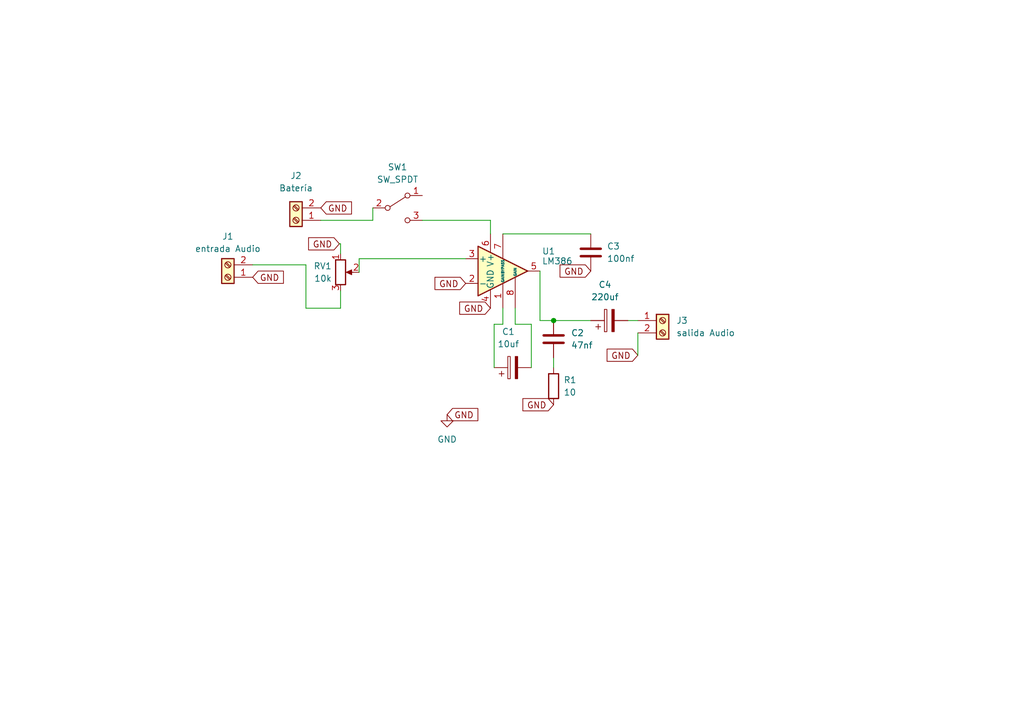
<source format=kicad_sch>
(kicad_sch (version 20230121) (generator eeschema)
  (paper "A5")
  (lib_symbols
    (symbol "Amplifier_Audio:LM386" (pin_names (offset 0.127))
      (property "Reference" "U" (at 1.27 7.62 0))
      (property "Value" "LM386" (at 1.27 5.08 0))
      (symbol "LM386_0_1"
        (polyline (pts (xy 5.08 0) (xy -5.08 5.08) (xy -5.08 -5.08) (xy 5.08 0)) (stroke (width 0.254)) (fill (type background)))
      )
      (symbol "LM386_1_1"
        (pin input line (at 0 -7.62 90) (length 5.08) (name "GAIN") (number "1"))
        (pin input line (at -7.62 -2.54 0) (length 2.54) (name "-") (number "2"))
        (pin input line (at -7.62 2.54 0) (length 2.54) (name "+") (number "3"))
        (pin power_in line (at -2.54 -7.62 90) (length 3.81) (name "GND") (number "4"))
        (pin output line (at 7.62 0 180) (length 2.54) (name "~") (number "5"))
        (pin power_in line (at -2.54 7.62 270) (length 3.81) (name "V+") (number "6"))
        (pin input line (at 0 7.62 270) (length 5.08) (name "BYPASS") (number "7"))
        (pin input line (at 2.54 -7.62 90) (length 6.35) (name "GAIN") (number "8"))
      )
    )
    (symbol "Connector:Screw_Terminal_01x02" (pin_names (offset 1.016) hide)
      (property "Reference" "J" (at 0 2.54 0))
      (property "Value" "Screw_Terminal_01x02" (at 0 -5.08 0))
      (symbol "Screw_Terminal_01x02_1_1"
        (rectangle (start -1.27 1.27) (end 1.27 -3.81) (stroke (width 0.254)) (fill (type background)))
        (circle (center 0 -2.54) (radius 0.635) (stroke (width 0.1524)))
        (polyline (pts (xy -0.5334 -2.2098) (xy 0.3302 -3.048)) (stroke (width 0.1524)))
        (polyline (pts (xy -0.5334 0.3302) (xy 0.3302 -0.508)) (stroke (width 0.1524)))
        (polyline (pts (xy -0.3556 -2.032) (xy 0.508 -2.8702)) (stroke (width 0.1524)))
        (polyline (pts (xy -0.3556 0.508) (xy 0.508 -0.3302)) (stroke (width 0.1524)))
        (circle (center 0 0) (radius 0.635) (stroke (width 0.1524)))
        (pin passive line (at -5.08 0 0) (length 3.81) (name "Pin_1") (number "1"))
        (pin passive line (at -5.08 -2.54 0) (length 3.81) (name "Pin_2") (number "2"))
      )
    )
    (symbol "Device:C" (pin_numbers hide) (pin_names (offset 0.254))
      (property "Reference" "C" (at 0.635 2.54 0))
      (property "Value" "C" (at 0.635 -2.54 0))
      (symbol "C_0_1"
        (polyline (pts (xy -2.032 -0.762) (xy 2.032 -0.762)) (stroke (width 0.508)))
        (polyline (pts (xy -2.032 0.762) (xy 2.032 0.762)) (stroke (width 0.508)))
      )
      (symbol "C_1_1"
        (pin passive line (at 0 3.81 270) (length 2.794) (name "~") (number "1"))
        (pin passive line (at 0 -3.81 90) (length 2.794) (name "~") (number "2"))
      )
    )
    (symbol "Device:C_Polarized" (pin_numbers hide) (pin_names (offset 0.254))
      (property "Reference" "C" (at 0.635 2.54 0))
      (property "Value" "C_Polarized" (at 0.635 -2.54 0))
      (symbol "C_Polarized_0_1"
        (rectangle (start -2.286 0.508) (end 2.286 1.016))
        (polyline (pts (xy -1.778 2.286) (xy -0.762 2.286)))
        (polyline (pts (xy -1.27 2.794) (xy -1.27 1.778)))
        (rectangle (start 2.286 -0.508) (end -2.286 -1.016) (fill (type outline)))
      )
      (symbol "C_Polarized_1_1"
        (pin passive line (at 0 3.81 270) (length 2.794) (name "~") (number "1"))
        (pin passive line (at 0 -3.81 90) (length 2.794) (name "~") (number "2"))
      )
    )
    (symbol "Device:R" (pin_numbers hide) (pin_names (offset 0))
      (property "Reference" "R" (at 2.032 0 90))
      (property "Value" "R" (at 0 0 90))
      (symbol "R_0_1"
        (rectangle (start -1.016 -2.54) (end 1.016 2.54) (stroke (width 0.254)))
      )
      (symbol "R_1_1"
        (pin passive line (at 0 3.81 270) (length 1.27) (name "~") (number "1"))
        (pin passive line (at 0 -3.81 90) (length 1.27) (name "~") (number "2"))
      )
    )
    (symbol "Device:R_Potentiometer" (pin_names (offset 1.016) hide)
      (property "Reference" "RV" (at -4.445 0 90))
      (property "Value" "R_Potentiometer" (at -2.54 0 90))
      (symbol "R_Potentiometer_0_1"
        (polyline (pts (xy 2.54 0) (xy 1.524 0)))
        (polyline (pts (xy 1.143 0) (xy 2.286 0.508) (xy 2.286 -0.508) (xy 1.143 0)) (fill (type outline)))
        (rectangle (start 1.016 2.54) (end -1.016 -2.54) (stroke (width 0.254)))
      )
      (symbol "R_Potentiometer_1_1"
        (pin passive line (at 0 3.81 270) (length 1.27) (name "1") (number "1"))
        (pin passive line (at 3.81 0 180) (length 1.27) (name "2") (number "2"))
        (pin passive line (at 0 -3.81 90) (length 1.27) (name "3") (number "3"))
      )
    )
    (symbol "Switch:SW_SPDT" (pin_names (offset 0) hide)
      (property "Reference" "SW" (at 0 4.318 0))
      (property "Value" "SW_SPDT" (at 0 -5.08 0))
      (symbol "SW_SPDT_0_0"
        (circle (center -2.032 0) (radius 0.508))
        (circle (center 2.032 -2.54) (radius 0.508))
      )
      (symbol "SW_SPDT_0_1"
        (polyline (pts (xy -1.524 0.254) (xy 1.651 2.286)))
        (circle (center 2.032 2.54) (radius 0.508))
      )
      (symbol "SW_SPDT_1_1"
        (pin passive line (at 5.08 2.54 180) (length 2.54) (name "A") (number "1"))
        (pin passive line (at -5.08 0 0) (length 2.54) (name "B") (number "2"))
        (pin passive line (at 5.08 -2.54 180) (length 2.54) (name "C") (number "3"))
      )
    )
    (symbol "power:GND" (power) (pin_names (offset 0))
      (property "Value" "GND" (at 0 -3.81 0))
      (symbol "GND_0_1"
        (polyline (pts (xy 0 0) (xy 0 -1.27) (xy 1.27 -1.27) (xy 0 -2.54) (xy -1.27 -1.27) (xy 0 -1.27)))
      )
      (symbol "GND_1_1"
        (pin power_in line (at 0 0 270) (length 0) hide (name "GND") (number "1"))
      )
    )
  )
  (junction (at 113.538 65.786))
  (wire (pts (xy 76.454 45.212) (xy 76.454 42.672)))
  (wire (pts (xy 128.778 65.786) (xy 130.81 65.786)))
  (wire (pts (xy 65.786 45.212) (xy 76.454 45.212)))
  (wire (pts (xy 51.816 54.356) (xy 62.738 54.356)))
  (wire (pts (xy 113.538 65.786) (xy 121.158 65.786)))
  (wire (pts (xy 105.664 63.246) (xy 105.664 66.548)))
  (wire (pts (xy 103.124 48.006) (xy 121.158 48.006)))
  (wire (pts (xy 73.66 53.086) (xy 73.66 55.88)))
  (wire (pts (xy 110.744 55.626) (xy 110.744 65.786)))
  (wire (pts (xy 103.124 66.548) (xy 101.346 66.548)))
  (wire (pts (xy 103.124 63.246) (xy 103.124 66.548)))
  (wire (pts (xy 101.346 66.548) (xy 101.346 75.438)))
  (wire (pts (xy 100.584 45.212) (xy 100.584 48.006)))
  (wire (pts (xy 62.738 63.246) (xy 69.85 63.246)))
  (wire (pts (xy 95.504 53.086) (xy 73.66 53.086)))
  (wire (pts (xy 62.738 54.356) (xy 62.738 63.246)))
  (wire (pts (xy 69.85 50.038) (xy 69.596 50.038)))
  (wire (pts (xy 130.81 68.326) (xy 130.81 72.898)))
  (wire (pts (xy 113.538 73.406) (xy 113.538 75.438)))
  (wire (pts (xy 69.85 59.69) (xy 69.85 63.246)))
  (wire (pts (xy 105.664 66.548) (xy 108.966 66.548)))
  (wire (pts (xy 108.966 66.548) (xy 108.966 75.438)))
  (wire (pts (xy 86.614 45.212) (xy 100.584 45.212)))
  (wire (pts (xy 110.744 65.786) (xy 113.538 65.786)))
  (wire (pts (xy 69.85 52.07) (xy 69.85 50.038)))
  (global_label "GND" (shape input) (at 113.538 83.058 180) (property "Intersheetrefs" "${INTERSHEET_REFS}" (effects hide)))
  (global_label "GND" (shape input) (at 51.816 56.896 0) (property "Intersheetrefs" "${INTERSHEET_REFS}" (effects hide)))
  (global_label "GND" (shape input) (at 95.504 58.166 180) (property "Intersheetrefs" "${INTERSHEET_REFS}" (effects hide)))
  (global_label "GND" (shape input) (at 91.694 85.09 0) (property "Intersheetrefs" "${INTERSHEET_REFS}" (effects hide)))
  (global_label "GND" (shape input) (at 130.81 72.898 180) (property "Intersheetrefs" "${INTERSHEET_REFS}" (effects hide)))
  (global_label "GND" (shape input) (at 100.584 63.246 180) (property "Intersheetrefs" "${INTERSHEET_REFS}" (effects hide)))
  (global_label "GND" (shape input) (at 121.158 55.626 180) (property "Intersheetrefs" "${INTERSHEET_REFS}" (effects hide)))
  (global_label "GND" (shape input) (at 69.596 50.038 180) (property "Intersheetrefs" "${INTERSHEET_REFS}" (effects hide)))
  (global_label "GND" (shape input) (at 65.786 42.672 0) (property "Intersheetrefs" "${INTERSHEET_REFS}" (effects hide)))
  (symbol (lib_id "Connector:Screw_Terminal_01x02") (at 135.89 65.786 0) (unit 1)
    (property "Reference" "J3" (at 138.684 65.786 0) (effects (justify left)))
    (property "Value" "salida Audio" (at 138.684 68.326 0) (effects (justify left)))
    (property "Footprint" "TerminalBlock:TerminalBlock_bornier-2_P5.08mm" (effects hide))
  )
  (symbol (lib_id "Device:C_Polarized") (at 105.156 75.438 90) (unit 1)
    (property "Reference" "C1" (at 104.267 68.072 90))
    (property "Value" "10uf" (at 104.267 70.612 90))
    (property "Footprint" "Capacitor_THT:CP_Radial_D5.0mm_P2.50mm" (effects hide))
  )
  (symbol (lib_id "Device:C") (at 113.538 69.596 0) (unit 1)
    (property "Reference" "C2" (at 117.094 68.326 0) (effects (justify left)))
    (property "Value" "47nf" (at 117.094 70.866 0) (effects (justify left)))
    (property "Footprint" "Capacitor_THT:C_Disc_D3.0mm_W2.0mm_P2.50mm" (effects hide))
  )
  (symbol (lib_id "power:GND") (at 91.694 85.09 0) (unit 1)
    (property "Reference" "#PWR01" (effects hide))
    (property "Value" "GND" (at 91.694 90.17 0))
  )
  (symbol (lib_id "Device:C_Polarized") (at 124.968 65.786 90) (unit 1)
    (property "Reference" "C4" (at 124.079 58.42 90))
    (property "Value" "220uf" (at 124.079 60.96 90))
    (property "Footprint" "Capacitor_THT:CP_Radial_D5.0mm_P2.50mm" (effects hide))
  )
  (symbol (lib_id "Switch:SW_SPDT") (at 81.534 42.672 0) (unit 1)
    (property "Reference" "SW1" (at 81.534 34.29 0))
    (property "Value" "SW_SPDT" (at 81.534 36.83 0))
    (property "Footprint" "Símbolos:SW_MINI-SPDT-SW" (effects hide))
  )
  (symbol (lib_id "Device:R_Potentiometer") (at 69.85 55.88 0) (unit 1)
    (property "Reference" "RV1" (at 68.072 54.61 0) (effects (justify right)))
    (property "Value" "10k" (at 68.072 57.15 0) (effects (justify right)))
    (property "Footprint" "Potentiometer_THT:Potentiometer_Piher_T-16H_Single_Horizontal" (effects hide))
  )
  (symbol (lib_id "Device:C") (at 121.158 51.816 0) (unit 1)
    (property "Reference" "C3" (at 124.46 50.546 0) (effects (justify left)))
    (property "Value" "100nf" (at 124.46 53.086 0) (effects (justify left)))
    (property "Footprint" "Capacitor_THT:C_Disc_D3.0mm_W2.0mm_P2.50mm" (effects hide))
  )
  (symbol (lib_id "Connector:Screw_Terminal_01x02") (at 46.736 56.896 180) (unit 1)
    (property "Reference" "J1" (at 46.736 48.514 0))
    (property "Value" "entrada Audio" (at 46.736 51.054 0))
    (property "Footprint" "TerminalBlock:TerminalBlock_bornier-2_P5.08mm" (effects hide))
  )
  (symbol (lib_id "Connector:Screw_Terminal_01x02") (at 60.706 45.212 180) (unit 1)
    (property "Reference" "J2" (at 60.706 36.068 0))
    (property "Value" "Batería" (at 60.706 38.608 0))
    (property "Footprint" "TerminalBlock:TerminalBlock_bornier-2_P5.08mm" (effects hide))
  )
  (symbol (lib_id "Device:R") (at 113.538 79.248 0) (unit 1)
    (property "Reference" "R1" (at 115.57 77.978 0) (effects (justify left)))
    (property "Value" "10" (at 115.57 80.518 0) (effects (justify left)))
    (property "Footprint" "Resistor_THT:R_Axial_DIN0204_L3.6mm_D1.6mm_P5.08mm_Horizontal" (effects hide))
  )
  (symbol (lib_id "Amplifier_Audio:LM386") (at 103.124 55.626 0) (unit 1)
    (property "Reference" "U1" (at 112.522 51.562 0))
    (property "Value" "LM386" (at 114.3 53.594 0))
    (property "Footprint" "Símbolos:DIP08" (effects hide))
    (property "Datasheet" "http://www.ti.com/lit/ds/symlink/lm386.pdf" (effects hide))
  )
)
</source>
